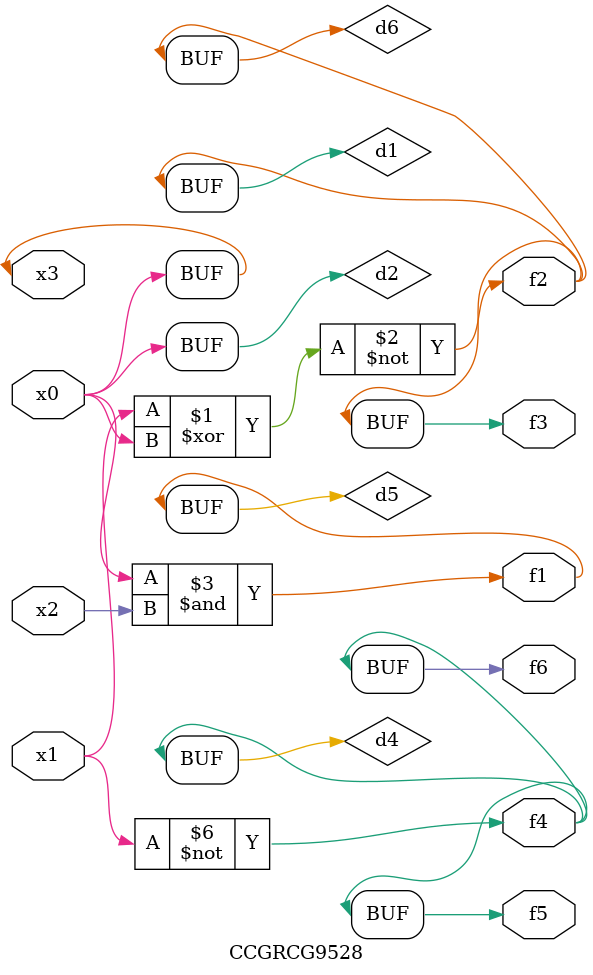
<source format=v>
module CCGRCG9528(
	input x0, x1, x2, x3,
	output f1, f2, f3, f4, f5, f6
);

	wire d1, d2, d3, d4, d5, d6;

	xnor (d1, x1, x3);
	buf (d2, x0, x3);
	nand (d3, x0, x2);
	not (d4, x1);
	nand (d5, d3);
	or (d6, d1);
	assign f1 = d5;
	assign f2 = d6;
	assign f3 = d6;
	assign f4 = d4;
	assign f5 = d4;
	assign f6 = d4;
endmodule

</source>
